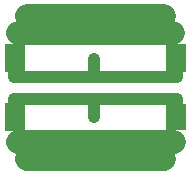
<source format=gtl>
%TF.GenerationSoftware,KiCad,Pcbnew,4.0.5-e0-6337~49~ubuntu16.04.1*%
%TF.CreationDate,2017-05-27T07:17:41-07:00*%
%TF.ProjectId,2x2-12mm-Square-SMT-Pushbutton,3278322D31326D6D2D5371756172652D,v1.1*%
%TF.FileFunction,Copper,L1,Top,Signal*%
%FSLAX46Y46*%
G04 Gerber Fmt 4.6, Leading zero omitted, Abs format (unit mm)*
G04 Created by KiCad (PCBNEW 4.0.5-e0-6337~49~ubuntu16.04.1) date Sat May 27 07:17:41 2017*
%MOMM*%
%LPD*%
G01*
G04 APERTURE LIST*
%ADD10C,0.350000*%
%ADD11C,1.000000*%
%ADD12C,2.000000*%
%ADD13R,1.800000X2.400000*%
%ADD14R,1.800000X2.300000*%
%ADD15C,0.762000*%
%ADD16C,0.350000*%
%ADD17C,0.330200*%
G04 APERTURE END LIST*
D10*
D11*
X33686400Y-43482400D02*
X33686400Y-45006400D01*
X33686400Y-45006400D02*
X19868800Y-45006400D01*
X19868800Y-43482400D02*
X19868800Y-45006400D01*
X19868800Y-46886000D02*
X33686400Y-46886000D01*
X19868800Y-48410000D02*
X19868800Y-46886000D01*
X33686400Y-48410000D02*
X33686400Y-46886000D01*
X26676000Y-48410000D02*
X26676000Y-46886000D01*
X26676000Y-45006400D02*
X26676000Y-43482400D01*
D12*
X33330800Y-41298000D02*
X20173600Y-41298000D01*
X32568800Y-39875600D02*
X20986400Y-39875600D01*
X20986400Y-51966000D02*
X32568800Y-51966000D01*
X20224400Y-50543600D02*
X33381600Y-50543600D01*
D13*
X33564400Y-43434000D03*
D14*
X33564400Y-48434000D03*
D13*
X19964400Y-43434000D03*
X19964400Y-48434000D03*
D15*
X26676000Y-43482400D03*
X26676000Y-48410000D03*
D16*
X22764400Y-41934000D03*
X30764400Y-41934000D03*
X30764400Y-49934000D03*
X22764400Y-49934000D03*
D17*
X26676000Y-43482400D03*
X26676000Y-48410000D03*
M02*

</source>
